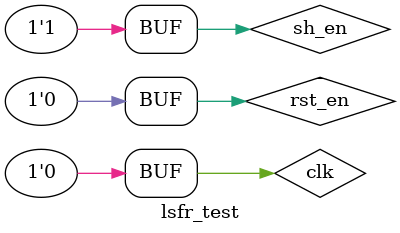
<source format=v>
`timescale 1 ns/10 ps

module lsfr_test();
   // declaring our wires for input and ouput
   localparam T = 20;
   reg clk, sh_en, rst_en;
   wire [16:0] Q;
   wire tick;
   wire [9:0] count;
   //wire [16:0] tick_high, tick_low;

   // initialising our test variables with variables for display
   TOP_DAWG uut(.CCLK(clk), .RESET(rst_en), .ENGAGE(sh_en), .LED(Q));

   always
        begin
            clk = 1'b1;
            #(T/2);
            clk = 1'b0;
            #(T/2);
           
        end
        
    initial
        begin
            rst_en = 1'b1;
            #(T*10) ;
            rst_en = 1'b0;    
        end
        
        
    initial
        begin
            sh_en = 1'b0;
            #(T*10);
            sh_en = 1'b1;
            #(T);

        end
   
          

endmodule


</source>
